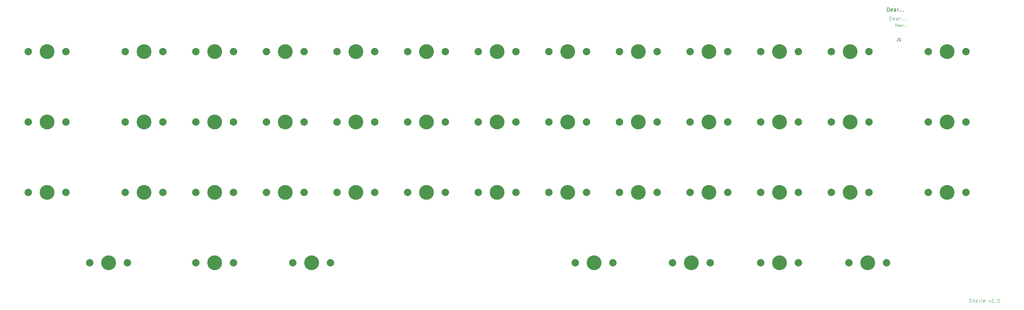
<source format=gbr>
%TF.GenerationSoftware,KiCad,Pcbnew,8.0.3*%
%TF.CreationDate,2024-06-22T11:54:46+09:00*%
%TF.ProjectId,Sherie,53686572-6965-42e6-9b69-6361645f7063,1.0*%
%TF.SameCoordinates,Original*%
%TF.FileFunction,Legend,Top*%
%TF.FilePolarity,Positive*%
%FSLAX46Y46*%
G04 Gerber Fmt 4.6, Leading zero omitted, Abs format (unit mm)*
G04 Created by KiCad (PCBNEW 8.0.3) date 2024-06-22 11:54:46*
%MOMM*%
%LPD*%
G01*
G04 APERTURE LIST*
%ADD10C,0.100000*%
%ADD11C,0.200000*%
%ADD12C,0.150000*%
%ADD13C,2.000000*%
%ADD14C,4.000000*%
G04 APERTURE END LIST*
D10*
X346256265Y-175324800D02*
X346399122Y-175372419D01*
X346399122Y-175372419D02*
X346637217Y-175372419D01*
X346637217Y-175372419D02*
X346732455Y-175324800D01*
X346732455Y-175324800D02*
X346780074Y-175277180D01*
X346780074Y-175277180D02*
X346827693Y-175181942D01*
X346827693Y-175181942D02*
X346827693Y-175086704D01*
X346827693Y-175086704D02*
X346780074Y-174991466D01*
X346780074Y-174991466D02*
X346732455Y-174943847D01*
X346732455Y-174943847D02*
X346637217Y-174896228D01*
X346637217Y-174896228D02*
X346446741Y-174848609D01*
X346446741Y-174848609D02*
X346351503Y-174800990D01*
X346351503Y-174800990D02*
X346303884Y-174753371D01*
X346303884Y-174753371D02*
X346256265Y-174658133D01*
X346256265Y-174658133D02*
X346256265Y-174562895D01*
X346256265Y-174562895D02*
X346303884Y-174467657D01*
X346303884Y-174467657D02*
X346351503Y-174420038D01*
X346351503Y-174420038D02*
X346446741Y-174372419D01*
X346446741Y-174372419D02*
X346684836Y-174372419D01*
X346684836Y-174372419D02*
X346827693Y-174420038D01*
X347256265Y-175372419D02*
X347256265Y-174372419D01*
X347684836Y-175372419D02*
X347684836Y-174848609D01*
X347684836Y-174848609D02*
X347637217Y-174753371D01*
X347637217Y-174753371D02*
X347541979Y-174705752D01*
X347541979Y-174705752D02*
X347399122Y-174705752D01*
X347399122Y-174705752D02*
X347303884Y-174753371D01*
X347303884Y-174753371D02*
X347256265Y-174800990D01*
X348541979Y-175324800D02*
X348446741Y-175372419D01*
X348446741Y-175372419D02*
X348256265Y-175372419D01*
X348256265Y-175372419D02*
X348161027Y-175324800D01*
X348161027Y-175324800D02*
X348113408Y-175229561D01*
X348113408Y-175229561D02*
X348113408Y-174848609D01*
X348113408Y-174848609D02*
X348161027Y-174753371D01*
X348161027Y-174753371D02*
X348256265Y-174705752D01*
X348256265Y-174705752D02*
X348446741Y-174705752D01*
X348446741Y-174705752D02*
X348541979Y-174753371D01*
X348541979Y-174753371D02*
X348589598Y-174848609D01*
X348589598Y-174848609D02*
X348589598Y-174943847D01*
X348589598Y-174943847D02*
X348113408Y-175039085D01*
X349018170Y-175372419D02*
X349018170Y-174705752D01*
X349018170Y-174896228D02*
X349065789Y-174800990D01*
X349065789Y-174800990D02*
X349113408Y-174753371D01*
X349113408Y-174753371D02*
X349208646Y-174705752D01*
X349208646Y-174705752D02*
X349303884Y-174705752D01*
X349637218Y-175372419D02*
X349637218Y-174705752D01*
X349637218Y-174372419D02*
X349589599Y-174420038D01*
X349589599Y-174420038D02*
X349637218Y-174467657D01*
X349637218Y-174467657D02*
X349684837Y-174420038D01*
X349684837Y-174420038D02*
X349637218Y-174372419D01*
X349637218Y-174372419D02*
X349637218Y-174467657D01*
X350494360Y-175324800D02*
X350399122Y-175372419D01*
X350399122Y-175372419D02*
X350208646Y-175372419D01*
X350208646Y-175372419D02*
X350113408Y-175324800D01*
X350113408Y-175324800D02*
X350065789Y-175229561D01*
X350065789Y-175229561D02*
X350065789Y-174848609D01*
X350065789Y-174848609D02*
X350113408Y-174753371D01*
X350113408Y-174753371D02*
X350208646Y-174705752D01*
X350208646Y-174705752D02*
X350399122Y-174705752D01*
X350399122Y-174705752D02*
X350494360Y-174753371D01*
X350494360Y-174753371D02*
X350541979Y-174848609D01*
X350541979Y-174848609D02*
X350541979Y-174943847D01*
X350541979Y-174943847D02*
X350065789Y-175039085D01*
X351637218Y-174705752D02*
X351875313Y-175372419D01*
X351875313Y-175372419D02*
X352113408Y-174705752D01*
X353018170Y-175372419D02*
X352446742Y-175372419D01*
X352732456Y-175372419D02*
X352732456Y-174372419D01*
X352732456Y-174372419D02*
X352637218Y-174515276D01*
X352637218Y-174515276D02*
X352541980Y-174610514D01*
X352541980Y-174610514D02*
X352446742Y-174658133D01*
X353446742Y-175277180D02*
X353494361Y-175324800D01*
X353494361Y-175324800D02*
X353446742Y-175372419D01*
X353446742Y-175372419D02*
X353399123Y-175324800D01*
X353399123Y-175324800D02*
X353446742Y-175277180D01*
X353446742Y-175277180D02*
X353446742Y-175372419D01*
X354113408Y-174372419D02*
X354208646Y-174372419D01*
X354208646Y-174372419D02*
X354303884Y-174420038D01*
X354303884Y-174420038D02*
X354351503Y-174467657D01*
X354351503Y-174467657D02*
X354399122Y-174562895D01*
X354399122Y-174562895D02*
X354446741Y-174753371D01*
X354446741Y-174753371D02*
X354446741Y-174991466D01*
X354446741Y-174991466D02*
X354399122Y-175181942D01*
X354399122Y-175181942D02*
X354351503Y-175277180D01*
X354351503Y-175277180D02*
X354303884Y-175324800D01*
X354303884Y-175324800D02*
X354208646Y-175372419D01*
X354208646Y-175372419D02*
X354113408Y-175372419D01*
X354113408Y-175372419D02*
X354018170Y-175324800D01*
X354018170Y-175324800D02*
X353970551Y-175277180D01*
X353970551Y-175277180D02*
X353922932Y-175181942D01*
X353922932Y-175181942D02*
X353875313Y-174991466D01*
X353875313Y-174991466D02*
X353875313Y-174753371D01*
X353875313Y-174753371D02*
X353922932Y-174562895D01*
X353922932Y-174562895D02*
X353970551Y-174467657D01*
X353970551Y-174467657D02*
X354018170Y-174420038D01*
X354018170Y-174420038D02*
X354113408Y-174372419D01*
X324778884Y-98972419D02*
X324778884Y-97972419D01*
X324778884Y-97972419D02*
X325016979Y-97972419D01*
X325016979Y-97972419D02*
X325159836Y-98020038D01*
X325159836Y-98020038D02*
X325255074Y-98115276D01*
X325255074Y-98115276D02*
X325302693Y-98210514D01*
X325302693Y-98210514D02*
X325350312Y-98400990D01*
X325350312Y-98400990D02*
X325350312Y-98543847D01*
X325350312Y-98543847D02*
X325302693Y-98734323D01*
X325302693Y-98734323D02*
X325255074Y-98829561D01*
X325255074Y-98829561D02*
X325159836Y-98924800D01*
X325159836Y-98924800D02*
X325016979Y-98972419D01*
X325016979Y-98972419D02*
X324778884Y-98972419D01*
X326159836Y-98924800D02*
X326064598Y-98972419D01*
X326064598Y-98972419D02*
X325874122Y-98972419D01*
X325874122Y-98972419D02*
X325778884Y-98924800D01*
X325778884Y-98924800D02*
X325731265Y-98829561D01*
X325731265Y-98829561D02*
X325731265Y-98448609D01*
X325731265Y-98448609D02*
X325778884Y-98353371D01*
X325778884Y-98353371D02*
X325874122Y-98305752D01*
X325874122Y-98305752D02*
X326064598Y-98305752D01*
X326064598Y-98305752D02*
X326159836Y-98353371D01*
X326159836Y-98353371D02*
X326207455Y-98448609D01*
X326207455Y-98448609D02*
X326207455Y-98543847D01*
X326207455Y-98543847D02*
X325731265Y-98639085D01*
X327064598Y-98972419D02*
X327064598Y-98448609D01*
X327064598Y-98448609D02*
X327016979Y-98353371D01*
X327016979Y-98353371D02*
X326921741Y-98305752D01*
X326921741Y-98305752D02*
X326731265Y-98305752D01*
X326731265Y-98305752D02*
X326636027Y-98353371D01*
X327064598Y-98924800D02*
X326969360Y-98972419D01*
X326969360Y-98972419D02*
X326731265Y-98972419D01*
X326731265Y-98972419D02*
X326636027Y-98924800D01*
X326636027Y-98924800D02*
X326588408Y-98829561D01*
X326588408Y-98829561D02*
X326588408Y-98734323D01*
X326588408Y-98734323D02*
X326636027Y-98639085D01*
X326636027Y-98639085D02*
X326731265Y-98591466D01*
X326731265Y-98591466D02*
X326969360Y-98591466D01*
X326969360Y-98591466D02*
X327064598Y-98543847D01*
X327540789Y-98972419D02*
X327540789Y-98305752D01*
X327540789Y-98496228D02*
X327588408Y-98400990D01*
X327588408Y-98400990D02*
X327636027Y-98353371D01*
X327636027Y-98353371D02*
X327731265Y-98305752D01*
X327731265Y-98305752D02*
X327826503Y-98305752D01*
X328159837Y-98877180D02*
X328207456Y-98924800D01*
X328207456Y-98924800D02*
X328159837Y-98972419D01*
X328159837Y-98972419D02*
X328112218Y-98924800D01*
X328112218Y-98924800D02*
X328159837Y-98877180D01*
X328159837Y-98877180D02*
X328159837Y-98972419D01*
X328636027Y-98877180D02*
X328683646Y-98924800D01*
X328683646Y-98924800D02*
X328636027Y-98972419D01*
X328636027Y-98972419D02*
X328588408Y-98924800D01*
X328588408Y-98924800D02*
X328636027Y-98877180D01*
X328636027Y-98877180D02*
X328636027Y-98972419D01*
X329112217Y-98877180D02*
X329159836Y-98924800D01*
X329159836Y-98924800D02*
X329112217Y-98972419D01*
X329112217Y-98972419D02*
X329064598Y-98924800D01*
X329064598Y-98924800D02*
X329112217Y-98877180D01*
X329112217Y-98877180D02*
X329112217Y-98972419D01*
D11*
X324194673Y-96592219D02*
X324194673Y-95592219D01*
X324194673Y-95592219D02*
X324432768Y-95592219D01*
X324432768Y-95592219D02*
X324575625Y-95639838D01*
X324575625Y-95639838D02*
X324670863Y-95735076D01*
X324670863Y-95735076D02*
X324718482Y-95830314D01*
X324718482Y-95830314D02*
X324766101Y-96020790D01*
X324766101Y-96020790D02*
X324766101Y-96163647D01*
X324766101Y-96163647D02*
X324718482Y-96354123D01*
X324718482Y-96354123D02*
X324670863Y-96449361D01*
X324670863Y-96449361D02*
X324575625Y-96544600D01*
X324575625Y-96544600D02*
X324432768Y-96592219D01*
X324432768Y-96592219D02*
X324194673Y-96592219D01*
X325575625Y-96544600D02*
X325480387Y-96592219D01*
X325480387Y-96592219D02*
X325289911Y-96592219D01*
X325289911Y-96592219D02*
X325194673Y-96544600D01*
X325194673Y-96544600D02*
X325147054Y-96449361D01*
X325147054Y-96449361D02*
X325147054Y-96068409D01*
X325147054Y-96068409D02*
X325194673Y-95973171D01*
X325194673Y-95973171D02*
X325289911Y-95925552D01*
X325289911Y-95925552D02*
X325480387Y-95925552D01*
X325480387Y-95925552D02*
X325575625Y-95973171D01*
X325575625Y-95973171D02*
X325623244Y-96068409D01*
X325623244Y-96068409D02*
X325623244Y-96163647D01*
X325623244Y-96163647D02*
X325147054Y-96258885D01*
X326480387Y-96592219D02*
X326480387Y-96068409D01*
X326480387Y-96068409D02*
X326432768Y-95973171D01*
X326432768Y-95973171D02*
X326337530Y-95925552D01*
X326337530Y-95925552D02*
X326147054Y-95925552D01*
X326147054Y-95925552D02*
X326051816Y-95973171D01*
X326480387Y-96544600D02*
X326385149Y-96592219D01*
X326385149Y-96592219D02*
X326147054Y-96592219D01*
X326147054Y-96592219D02*
X326051816Y-96544600D01*
X326051816Y-96544600D02*
X326004197Y-96449361D01*
X326004197Y-96449361D02*
X326004197Y-96354123D01*
X326004197Y-96354123D02*
X326051816Y-96258885D01*
X326051816Y-96258885D02*
X326147054Y-96211266D01*
X326147054Y-96211266D02*
X326385149Y-96211266D01*
X326385149Y-96211266D02*
X326480387Y-96163647D01*
X326956578Y-96592219D02*
X326956578Y-95925552D01*
X326956578Y-96116028D02*
X327004197Y-96020790D01*
X327004197Y-96020790D02*
X327051816Y-95973171D01*
X327051816Y-95973171D02*
X327147054Y-95925552D01*
X327147054Y-95925552D02*
X327242292Y-95925552D01*
X327575626Y-96496980D02*
X327623245Y-96544600D01*
X327623245Y-96544600D02*
X327575626Y-96592219D01*
X327575626Y-96592219D02*
X327528007Y-96544600D01*
X327528007Y-96544600D02*
X327575626Y-96496980D01*
X327575626Y-96496980D02*
X327575626Y-96592219D01*
X328051816Y-96496980D02*
X328099435Y-96544600D01*
X328099435Y-96544600D02*
X328051816Y-96592219D01*
X328051816Y-96592219D02*
X328004197Y-96544600D01*
X328004197Y-96544600D02*
X328051816Y-96496980D01*
X328051816Y-96496980D02*
X328051816Y-96592219D01*
X328528006Y-96496980D02*
X328575625Y-96544600D01*
X328575625Y-96544600D02*
X328528006Y-96592219D01*
X328528006Y-96592219D02*
X328480387Y-96544600D01*
X328480387Y-96544600D02*
X328528006Y-96496980D01*
X328528006Y-96496980D02*
X328528006Y-96592219D01*
D10*
X326357455Y-100659133D02*
X326357455Y-99959133D01*
X326357455Y-99959133D02*
X326524122Y-99959133D01*
X326524122Y-99959133D02*
X326624122Y-99992466D01*
X326624122Y-99992466D02*
X326690789Y-100059133D01*
X326690789Y-100059133D02*
X326724122Y-100125800D01*
X326724122Y-100125800D02*
X326757455Y-100259133D01*
X326757455Y-100259133D02*
X326757455Y-100359133D01*
X326757455Y-100359133D02*
X326724122Y-100492466D01*
X326724122Y-100492466D02*
X326690789Y-100559133D01*
X326690789Y-100559133D02*
X326624122Y-100625800D01*
X326624122Y-100625800D02*
X326524122Y-100659133D01*
X326524122Y-100659133D02*
X326357455Y-100659133D01*
X327324122Y-100625800D02*
X327257455Y-100659133D01*
X327257455Y-100659133D02*
X327124122Y-100659133D01*
X327124122Y-100659133D02*
X327057455Y-100625800D01*
X327057455Y-100625800D02*
X327024122Y-100559133D01*
X327024122Y-100559133D02*
X327024122Y-100292466D01*
X327024122Y-100292466D02*
X327057455Y-100225800D01*
X327057455Y-100225800D02*
X327124122Y-100192466D01*
X327124122Y-100192466D02*
X327257455Y-100192466D01*
X327257455Y-100192466D02*
X327324122Y-100225800D01*
X327324122Y-100225800D02*
X327357455Y-100292466D01*
X327357455Y-100292466D02*
X327357455Y-100359133D01*
X327357455Y-100359133D02*
X327024122Y-100425800D01*
X327957455Y-100659133D02*
X327957455Y-100292466D01*
X327957455Y-100292466D02*
X327924122Y-100225800D01*
X327924122Y-100225800D02*
X327857455Y-100192466D01*
X327857455Y-100192466D02*
X327724122Y-100192466D01*
X327724122Y-100192466D02*
X327657455Y-100225800D01*
X327957455Y-100625800D02*
X327890789Y-100659133D01*
X327890789Y-100659133D02*
X327724122Y-100659133D01*
X327724122Y-100659133D02*
X327657455Y-100625800D01*
X327657455Y-100625800D02*
X327624122Y-100559133D01*
X327624122Y-100559133D02*
X327624122Y-100492466D01*
X327624122Y-100492466D02*
X327657455Y-100425800D01*
X327657455Y-100425800D02*
X327724122Y-100392466D01*
X327724122Y-100392466D02*
X327890789Y-100392466D01*
X327890789Y-100392466D02*
X327957455Y-100359133D01*
X328290788Y-100659133D02*
X328290788Y-100192466D01*
X328290788Y-100325800D02*
X328324122Y-100259133D01*
X328324122Y-100259133D02*
X328357455Y-100225800D01*
X328357455Y-100225800D02*
X328424122Y-100192466D01*
X328424122Y-100192466D02*
X328490788Y-100192466D01*
X328724121Y-100592466D02*
X328757455Y-100625800D01*
X328757455Y-100625800D02*
X328724121Y-100659133D01*
X328724121Y-100659133D02*
X328690788Y-100625800D01*
X328690788Y-100625800D02*
X328724121Y-100592466D01*
X328724121Y-100592466D02*
X328724121Y-100659133D01*
X329057454Y-100592466D02*
X329090788Y-100625800D01*
X329090788Y-100625800D02*
X329057454Y-100659133D01*
X329057454Y-100659133D02*
X329024121Y-100625800D01*
X329024121Y-100625800D02*
X329057454Y-100592466D01*
X329057454Y-100592466D02*
X329057454Y-100659133D01*
X329390787Y-100592466D02*
X329424121Y-100625800D01*
X329424121Y-100625800D02*
X329390787Y-100659133D01*
X329390787Y-100659133D02*
X329357454Y-100625800D01*
X329357454Y-100625800D02*
X329390787Y-100592466D01*
X329390787Y-100592466D02*
X329390787Y-100659133D01*
D12*
X327093333Y-103787295D02*
X327093333Y-104358723D01*
X327093333Y-104358723D02*
X327055238Y-104473009D01*
X327055238Y-104473009D02*
X326979047Y-104549200D01*
X326979047Y-104549200D02*
X326864762Y-104587295D01*
X326864762Y-104587295D02*
X326788571Y-104587295D01*
X327893333Y-104587295D02*
X327436190Y-104587295D01*
X327664762Y-104587295D02*
X327664762Y-103787295D01*
X327664762Y-103787295D02*
X327588571Y-103901580D01*
X327588571Y-103901580D02*
X327512381Y-103977771D01*
X327512381Y-103977771D02*
X327436190Y-104015866D01*
D13*
%TO.C,SW42*%
X163830000Y-164623750D03*
D14*
X168910000Y-164623750D03*
D13*
X173990000Y-164623750D03*
%TD*%
%TO.C,SW9*%
X251936250Y-107473750D03*
D14*
X257016250Y-107473750D03*
D13*
X262096250Y-107473750D03*
%TD*%
%TO.C,SW6*%
X194786250Y-107473750D03*
D14*
X199866250Y-107473750D03*
D13*
X204946250Y-107473750D03*
%TD*%
%TO.C,SW29*%
X137636250Y-145573750D03*
D14*
X142716250Y-145573750D03*
D13*
X147796250Y-145573750D03*
%TD*%
%TO.C,SW22*%
X251936250Y-126523750D03*
D14*
X257016250Y-126523750D03*
D13*
X262096250Y-126523750D03*
%TD*%
%TO.C,SW15*%
X118586250Y-126523750D03*
D14*
X123666250Y-126523750D03*
D13*
X128746250Y-126523750D03*
%TD*%
%TO.C,SW24*%
X290036250Y-126523750D03*
D14*
X295116250Y-126523750D03*
D13*
X300196250Y-126523750D03*
%TD*%
%TO.C,SW25*%
X309086250Y-126523750D03*
D14*
X314166250Y-126523750D03*
D13*
X319246250Y-126523750D03*
%TD*%
%TO.C,SW45*%
X266223750Y-164623750D03*
D14*
X271303750Y-164623750D03*
D13*
X276383750Y-164623750D03*
%TD*%
%TO.C,SW7*%
X213836250Y-107473750D03*
D14*
X218916250Y-107473750D03*
D13*
X223996250Y-107473750D03*
%TD*%
%TO.C,SW10*%
X270986250Y-107473750D03*
D14*
X276066250Y-107473750D03*
D13*
X281146250Y-107473750D03*
%TD*%
%TO.C,SW19*%
X194786250Y-126523750D03*
D14*
X199866250Y-126523750D03*
D13*
X204946250Y-126523750D03*
%TD*%
%TO.C,SW14*%
X92392500Y-126523750D03*
D14*
X97472500Y-126523750D03*
D13*
X102552500Y-126523750D03*
%TD*%
%TO.C,SW30*%
X156686250Y-145573750D03*
D14*
X161766250Y-145573750D03*
D13*
X166846250Y-145573750D03*
%TD*%
%TO.C,SW39*%
X335280000Y-145573750D03*
D14*
X340360000Y-145573750D03*
D13*
X345440000Y-145573750D03*
%TD*%
%TO.C,SW46*%
X290036250Y-164623750D03*
D14*
X295116250Y-164623750D03*
D13*
X300196250Y-164623750D03*
%TD*%
%TO.C,SW28*%
X118586250Y-145573750D03*
D14*
X123666250Y-145573750D03*
D13*
X128746250Y-145573750D03*
%TD*%
%TO.C,SW40*%
X109061250Y-164623750D03*
D14*
X114141250Y-164623750D03*
D13*
X119221250Y-164623750D03*
%TD*%
%TO.C,SW31*%
X175736250Y-145573750D03*
D14*
X180816250Y-145573750D03*
D13*
X185896250Y-145573750D03*
%TD*%
%TO.C,SW38*%
X309086250Y-145573750D03*
D14*
X314166250Y-145573750D03*
D13*
X319246250Y-145573750D03*
%TD*%
%TO.C,SW26*%
X335280000Y-126523750D03*
D14*
X340360000Y-126523750D03*
D13*
X345440000Y-126523750D03*
%TD*%
%TO.C,SW27*%
X92392500Y-145573750D03*
D14*
X97472500Y-145573750D03*
D13*
X102552500Y-145573750D03*
%TD*%
%TO.C,SW23*%
X270986250Y-126523750D03*
D14*
X276066250Y-126523750D03*
D13*
X281146250Y-126523750D03*
%TD*%
%TO.C,SW37*%
X290036250Y-145573750D03*
D14*
X295116250Y-145573750D03*
D13*
X300196250Y-145573750D03*
%TD*%
%TO.C,SW20*%
X213836250Y-126523750D03*
D14*
X218916250Y-126523750D03*
D13*
X223996250Y-126523750D03*
%TD*%
%TO.C,SW17*%
X156686250Y-126523750D03*
D14*
X161766250Y-126523750D03*
D13*
X166846250Y-126523750D03*
%TD*%
%TO.C,SW2*%
X118586250Y-107473750D03*
D14*
X123666250Y-107473750D03*
D13*
X128746250Y-107473750D03*
%TD*%
%TO.C,SW35*%
X251936250Y-145573750D03*
D14*
X257016250Y-145573750D03*
D13*
X262096250Y-145573750D03*
%TD*%
%TO.C,SW41*%
X137636250Y-164623750D03*
D14*
X142716250Y-164623750D03*
D13*
X147796250Y-164623750D03*
%TD*%
%TO.C,SW4*%
X156686250Y-107473750D03*
D14*
X161766250Y-107473750D03*
D13*
X166846250Y-107473750D03*
%TD*%
%TO.C,SW34*%
X232886250Y-145573750D03*
D14*
X237966250Y-145573750D03*
D13*
X243046250Y-145573750D03*
%TD*%
%TO.C,SW47*%
X313848750Y-164623750D03*
D14*
X318928750Y-164623750D03*
D13*
X324008750Y-164623750D03*
%TD*%
%TO.C,SW3*%
X137636250Y-107473750D03*
D14*
X142716250Y-107473750D03*
D13*
X147796250Y-107473750D03*
%TD*%
%TO.C,SW32*%
X194786250Y-145573750D03*
D14*
X199866250Y-145573750D03*
D13*
X204946250Y-145573750D03*
%TD*%
%TO.C,SW12*%
X309086250Y-107473750D03*
D14*
X314166250Y-107473750D03*
D13*
X319246250Y-107473750D03*
%TD*%
%TO.C,SW8*%
X232886250Y-107473750D03*
D14*
X237966250Y-107473750D03*
D13*
X243046250Y-107473750D03*
%TD*%
%TO.C,SW33*%
X213836250Y-145573750D03*
D14*
X218916250Y-145573750D03*
D13*
X223996250Y-145573750D03*
%TD*%
%TO.C,SW21*%
X232886250Y-126523750D03*
D14*
X237966250Y-126523750D03*
D13*
X243046250Y-126523750D03*
%TD*%
%TO.C,SW18*%
X175736250Y-126523750D03*
D14*
X180816250Y-126523750D03*
D13*
X185896250Y-126523750D03*
%TD*%
%TO.C,SW44*%
X240030000Y-164623750D03*
D14*
X245110000Y-164623750D03*
D13*
X250190000Y-164623750D03*
%TD*%
%TO.C,SW36*%
X270986250Y-145573750D03*
D14*
X276066250Y-145573750D03*
D13*
X281146250Y-145573750D03*
%TD*%
%TO.C,SW13*%
X335280000Y-107473750D03*
D14*
X340360000Y-107473750D03*
D13*
X345440000Y-107473750D03*
%TD*%
%TO.C,SW1*%
X92420000Y-107460000D03*
D14*
X97500000Y-107460000D03*
D13*
X102580000Y-107460000D03*
%TD*%
%TO.C,SW5*%
X175736250Y-107473750D03*
D14*
X180816250Y-107473750D03*
D13*
X185896250Y-107473750D03*
%TD*%
%TO.C,SW11*%
X290036250Y-107473750D03*
D14*
X295116250Y-107473750D03*
D13*
X300196250Y-107473750D03*
%TD*%
%TO.C,SW16*%
X137636250Y-126523750D03*
D14*
X142716250Y-126523750D03*
D13*
X147796250Y-126523750D03*
%TD*%
M02*

</source>
